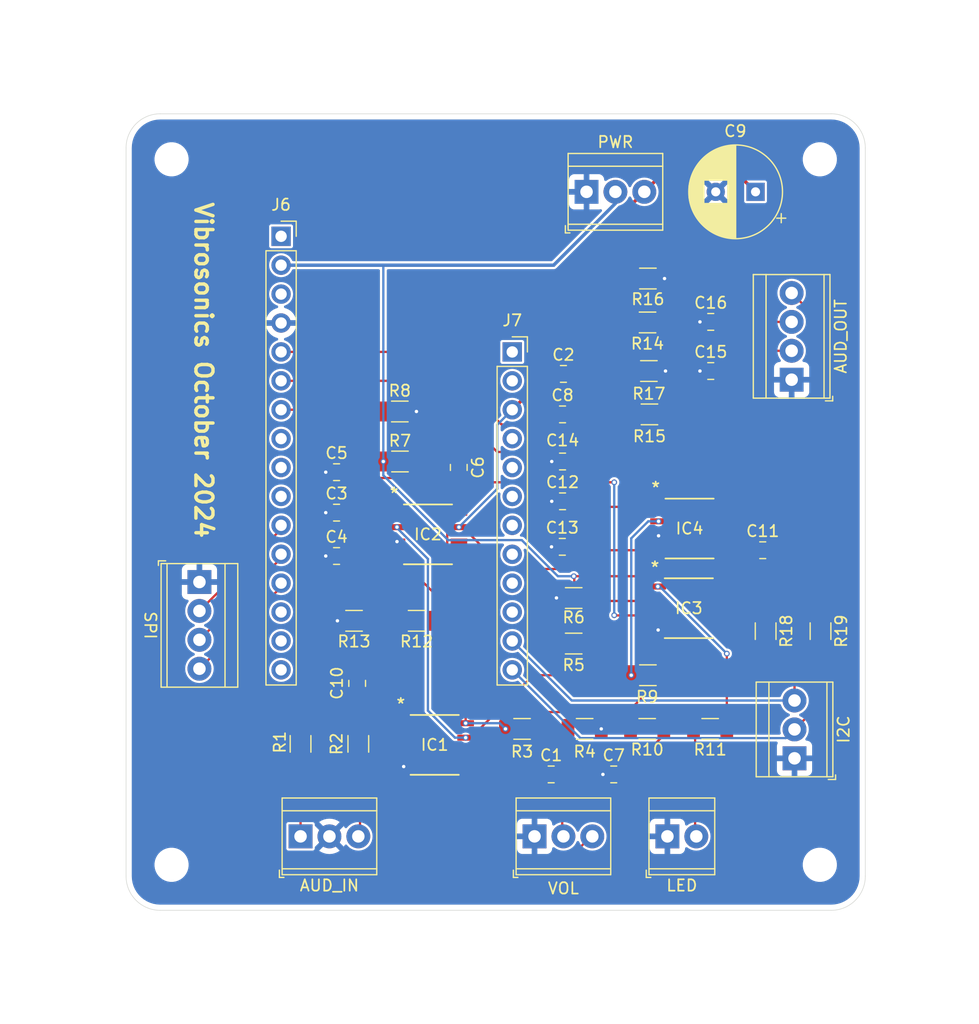
<source format=kicad_pcb>
(kicad_pcb (version 20240108) (generator "pcbnew") (generator_version "8.0")
  (layers (0 "F.Cu" signal) (31 "B.Cu" signal) (34 "B.Paste" user) (35 "F.Paste" user) (36 "B.SilkS" user "B.Silkscreen") (37 "F.SilkS" user "F.Silkscreen") (38 "B.Mask" user) (39 "F.Mask" user) (44 "Edge.Cuts" user))
  (net 0 "")
  (net 1 "GND")
  (net 2 "Net-(C2-Pad2)")
  (net 3 "Net-(C7-Pad2)")
  (net 4 "Net-(C8-Pad2)")
  (net 5 "A1")
  (net 6 "A0")
  (net 7 "3V3")
  (net 8 "A2")
  (net 9 "USB")
  (net 10 "Net-(C10-Pad2)")
  (net 11 "BASS_OUT")
  (net 12 "Net-(IC1-2IN+)")
  (net 13 "Net-(IC2-COM)")
  (net 14 "Net-(IC2-CLK)")
  (net 15 "Net-(IC2-OUT)")
  (net 16 "Net-(IC1-1IN+)")
  (net 17 "Net-(IC4-COM)")
  (net 18 "Net-(IC4-CLK)")
  (net 19 "Net-(IC1-1IN-)")
  (net 20 "Net-(IC1-2IN-)")
  (net 21 "Net-(IC1-2OUT)")
  (net 22 "Net-(IC3-1IN-)")
  (net 23 "Net-(IC3-1OUT)")
  (net 27 "Net-(J4-Pin_2)")
  (net 28 "Net-(J2-Pin_1)")
  (net 29 "Net-(J2-Pin_3)")
  (net 30 "Net-(J2-Pin_2)")
  (net 31 "Net-(J3-Pin_1)")
  (net 32 "Net-(J3-Pin_3)")
  (net 33 "Net-(J5-Pin_1)")
  (net 49 "MI")
  (net 50 "TX")
  (net 51 "RX")
  (net 52 "SCK")
  (net 53 "MO")
  (net 54 "SDA")
  (net 55 "SCL")
  (footprint "Capacitor_SMD:C_0805_2012Metric" (layer "F.Cu") (at 137.3786 108.056)
    (property "Reference" "C1" (at 0 -1.68 0) (layer "F.SilkS"))
    (property "Value" "10uF")
    (pad "1" smd roundrect (at -0.95 0) (size 1 1.45) (layers "F.Cu" "F.Paste" "F.Mask") (net 12 "Net-(IC1-2IN+)"))
    (pad "2" smd roundrect (at 0.95 0) (size 1 1.45) (layers "F.Cu" "F.Paste" "F.Mask") (net 27 "Net-(J4-Pin_2)"))
  )
  (footprint "TerminalBlock_TE-Connectivity:TerminalBlock_TE_282834-4_1x04_P2.54mm_Horizontal" (layer "F.Cu") (at 106.4516 91.148 -90)
    (property "Reference" "SPI" (at 3.81 4.318 270) (layer "F.SilkS"))
    (property "Value" "Screw_Terminal_01x04")
    (pad "1" thru_hole rect (at 0 0 270) (size 2.1 2.1) (drill 1.1) (layers "*.Cu" "*.Mask") (net 1 "GND"))
    (pad "2" thru_hole circle (at 2.54 0 270) (size 2.1 2.1) (drill 1.1) (layers "*.Cu" "*.Mask") (net 52 "SCK"))
    (pad "3" thru_hole circle (at 5.08 0 270) (size 2.1 2.1) (drill 1.1) (layers "*.Cu" "*.Mask") (net 53 "MO"))
    (pad "4" thru_hole circle (at 7.62 0 270) (size 2.1 2.1) (drill 1.1) (layers "*.Cu" "*.Mask") (net 49 "MI"))
  )
  (footprint "Resistor_SMD:R_1206_3216Metric" (layer "F.Cu") (at 145.9691 72.606)
    (property "Reference" "R17" (at 0 1.995 0) (layer "F.SilkS"))
    (property "Value" "1.5k")
    (pad "1" smd roundrect (at -1.4625 0) (size 1.125 1.75) (layers "F.Cu" "F.Paste" "F.Mask") (roundrect_rratio 0.222222) (net 4 "Net-(C8-Pad2)"))
    (pad "2" smd roundrect (at 1.4625 0) (size 1.125 1.75) (layers "F.Cu" "F.Paste" "F.Mask") (roundrect_rratio 0.222222) (net 1 "GND"))
  )
  (footprint "Resistor_SMD:R_1206_3216Metric" (layer "F.Cu") (at 146.0201 76.416)
    (property "Reference" "R15" (at 0 1.931 0) (layer "F.SilkS"))
    (property "Value" "3.3k")
    (pad "1" smd roundrect (at -1.4625 0) (size 1.125 1.75) (layers "F.Cu" "F.Paste" "F.Mask") (roundrect_rratio 0.222222) (net 4 "Net-(C8-Pad2)"))
    (pad "2" smd roundrect (at 1.4625 0) (size 1.125 1.75) (layers "F.Cu" "F.Paste" "F.Mask") (roundrect_rratio 0.222222) (net 29 "Net-(J2-Pin_3)"))
  )
  (footprint "TerminalBlock_TE-Connectivity:TerminalBlock_TE_282834-3_1x03_P2.54mm_Horizontal" (layer "F.Cu") (at 115.3416 113.5)
    (property "Reference" "AUD_IN" (at 2.54 4.318 0) (layer "F.SilkS"))
    (property "Value" "Screw_Terminal_01x03")
    (pad "1" thru_hole rect (at 0 0) (size 2.1 2.1) (drill 1.1) (layers "*.Cu" "*.Mask") (net 32 "Net-(J3-Pin_3)"))
    (pad "2" thru_hole circle (at 2.54 0) (size 2.1 2.1) (drill 1.1) (layers "*.Cu" "*.Mask") (net 1 "GND"))
    (pad "3" thru_hole circle (at 5.08 0) (size 2.1 2.1) (drill 1.1) (layers "*.Cu" "*.Mask") (net 31 "Net-(J3-Pin_1)"))
  )
  (footprint "MAX7403CSA:21-0041B_8_MXM" (layer "F.Cu") (at 149.54545 86.449)
    (property "Reference" "IC4" (at 0 0 0) (layer "F.SilkS"))
    (property "Value" "MAX7480ESA+")
    (pad "1" smd rect (at -2.72415 -1.905) (size 1.4605 0.5334) (layers "F.Cu" "F.Paste" "F.Mask") (net 17 "Net-(IC4-COM)"))
    (pad "2" smd rect (at -2.72415 -0.635) (size 1.4605 0.5334) (layers "F.Cu" "F.Paste" "F.Mask") (net 21 "Net-(IC1-2OUT)"))
    (pad "3" smd rect (at -2.72415 0.635) (size 1.4605 0.5334) (layers "F.Cu" "F.Paste" "F.Mask") (net 1 "GND"))
    (pad "4" smd rect (at -2.72415 1.905) (size 1.4605 0.5334) (layers "F.Cu" "F.Paste" "F.Mask") (net 9 "USB"))
    (pad "5" smd rect (at 2.72415 1.905) (size 1.4605 0.5334) (layers "F.Cu" "F.Paste" "F.Mask") (net 11 "BASS_OUT"))
    (pad "6" smd rect (at 2.72415 0.635) (size 1.4605 0.5334) (layers "F.Cu" "F.Paste" "F.Mask") (net 17 "Net-(IC4-COM)"))
    (pad "7" smd rect (at 2.72415 -0.635) (size 1.4605 0.5334) (layers "F.Cu" "F.Paste" "F.Mask") (net 9 "USB"))
    (pad "8" smd rect (at 2.72415 -1.905) (size 1.4605 0.5334) (layers "F.Cu" "F.Paste" "F.Mask") (net 18 "Net-(IC4-CLK)"))
  )
  (footprint "Resistor_SMD:R_1206_3216Metric" (layer "F.Cu") (at 125.5456 94.556 180)
    (property "Reference" "R12" (at 0 -1.82 0) (layer "F.SilkS"))
    (property "Value" "10k")
    (pad "1" smd roundrect (at -1.4625 0 180) (size 1.125 1.75) (layers "F.Cu" "F.Paste" "F.Mask") (roundrect_rratio 0.222222) (net 9 "USB"))
    (pad "2" smd roundrect (at 1.4625 0 180) (size 1.125 1.75) (layers "F.Cu" "F.Paste" "F.Mask") (roundrect_rratio 0.222222) (net 16 "Net-(IC1-1IN+)"))
  )
  (footprint "Resistor_SMD:R_1206_3216Metric" (layer "F.Cu") (at 161.0616 95.466 -90)
    (property "Reference" "R19" (at 0 -1.82 90) (layer "F.SilkS"))
    (property "Value" "10k")
    (pad "1" smd roundrect (at -1.4625 0 270) (size 1.125 1.75) (layers "F.Cu" "F.Paste" "F.Mask") (roundrect_rratio 0.222222) (net 7 "3V3"))
    (pad "2" smd roundrect (at 1.4625 0 270) (size 1.125 1.75) (layers "F.Cu" "F.Paste" "F.Mask") (roundrect_rratio 0.222222) (net 54 "SDA"))
  )
  (footprint "Resistor_SMD:R_1206_3216Metric" (layer "F.Cu") (at 120.0456 94.556 180)
    (property "Reference" "R13" (at 0 -1.82 0) (layer "F.SilkS"))
    (property "Value" "10k")
    (pad "1" smd roundrect (at -1.4625 0 180) (size 1.125 1.75) (layers "F.Cu" "F.Paste" "F.Mask") (roundrect_rratio 0.222222) (net 16 "Net-(IC1-1IN+)"))
    (pad "2" smd roundrect (at 1.4625 0 180) (size 1.125 1.75) (layers "F.Cu" "F.Paste" "F.Mask") (roundrect_rratio 0.222222) (net 1 "GND"))
  )
  (footprint "Resistor_SMD:R_1206_3216Metric" (layer "F.Cu") (at 120.4216 105.372 -90)
    (property "Reference" "R2" (at 0 1.908 90) (layer "F.SilkS"))
    (property "Value" "10k")
    (pad "1" smd roundrect (at -1.4625 0 270) (size 1.125 1.75) (layers "F.Cu" "F.Paste" "F.Mask") (roundrect_rratio 0.222222) (net 10 "Net-(C10-Pad2)"))
    (pad "2" smd roundrect (at 1.4625 0 270) (size 1.125 1.75) (layers "F.Cu" "F.Paste" "F.Mask") (roundrect_rratio 0.222222) (net 31 "Net-(J3-Pin_1)"))
  )
  (footprint "footprints:21-0041B_8_MXM" (layer "F.Cu") (at 126.5456 86.961)
    (property "Reference" "IC2" (at 0 0 0) (layer "F.SilkS"))
    (property "Value" "MAX7403CSA+")
    (pad "1" smd rect (at -2.72415 -1.905) (size 1.4605 0.5334) (layers "F.Cu" "F.Paste" "F.Mask") (net 13 "Net-(IC2-COM)"))
    (pad "2" smd rect (at -2.72415 -0.635) (size 1.4605 0.5334) (layers "F.Cu" "F.Paste" "F.Mask") (net 21 "Net-(IC1-2OUT)"))
    (pad "3" smd rect (at -2.72415 0.635) (size 1.4605 0.5334) (layers "F.Cu" "F.Paste" "F.Mask") (net 1 "GND"))
    (pad "4" smd rect (at -2.72415 1.905) (size 1.4605 0.5334) (layers "F.Cu" "F.Paste" "F.Mask") (net 9 "USB"))
    (pad "5" smd rect (at 2.72415 1.905) (size 1.4605 0.5334) (layers "F.Cu" "F.Paste" "F.Mask") (net 15 "Net-(IC2-OUT)"))
    (pad "6" smd rect (at 2.72415 0.635) (size 1.4605 0.5334) (layers "F.Cu" "F.Paste" "F.Mask") (net 13 "Net-(IC2-COM)"))
    (pad "7" smd rect (at 2.72415 -0.635) (size 1.4605 0.5334) (layers "F.Cu" "F.Paste" "F.Mask") (net 9 "USB"))
    (pad "8" smd rect (at 2.72415 -1.905) (size 1.4605 0.5334) (layers "F.Cu" "F.Paste" "F.Mask") (net 14 "Net-(IC2-CLK)"))
  )
  (footprint "Resistor_SMD:R_1206_3216Metric" (layer "F.Cu") (at 151.3586 104.056 180)
    (property "Reference" "R11" (at 0 -1.82 0) (layer "F.SilkS"))
    (property "Value" "75")
    (pad "1" smd roundrect (at -1.4625 0 180) (size 1.125 1.75) (layers "F.Cu" "F.Paste" "F.Mask") (roundrect_rratio 0.222222) (net 23 "Net-(IC3-1OUT)"))
    (pad "2" smd roundrect (at 1.4625 0 180) (size 1.125 1.75) (layers "F.Cu" "F.Paste" "F.Mask") (roundrect_rratio 0.222222) (net 33 "Net-(J5-Pin_1)"))
  )
  (footprint "TerminalBlock_TE-Connectivity:TerminalBlock_TE_282834-4_1x04_P2.54mm_Horizontal" (layer "F.Cu") (at 158.5216 73.368 90)
    (property "Reference" "AUD_OUT" (at 3.81 4.318 90) (layer "F.SilkS"))
    (property "Value" "Screw_Terminal_01x04")
    (pad "1" thru_hole rect (at 0 0 90) (size 2.1 2.1) (drill 1.1) (layers "*.Cu" "*.Mask") (net 1 "GND"))
    (pad "2" thru_hole circle (at 2.54 0 90) (size 2.1 2.1) (drill 1.1) (layers "*.Cu" "*.Mask") (net 29 "Net-(J2-Pin_3)"))
    (pad "3" thru_hole circle (at 5.08 0 90) (size 2.1 2.1) (drill 1.1) (layers "*.Cu" "*.Mask") (net 30 "Net-(J2-Pin_2)"))
    (pad "4" thru_hole circle (at 7.62 0 90) (size 2.1 2.1) (drill 1.1) (layers "*.Cu" "*.Mask") (net 28 "Net-(J2-Pin_1)"))
  )
  (footprint "Capacitor_SMD:C_0805_2012Metric" (layer "F.Cu") (at 129.2526 81.079 -90)
    (property "Reference" "C6" (at 0 -1.68 -90) (layer "F.SilkS"))
    (property "Value" "10uF")
    (pad "1" smd roundrect (at -0.95 0 270) (size 1 1.45) (layers "F.Cu" "F.Paste" "F.Mask") (net 8 "A2"))
    (pad "2" smd roundrect (at 0.95 0 270) (size 1 1.45) (layers "F.Cu" "F.Paste" "F.Mask") (net 15 "Net-(IC2-OUT)"))
  )
  (footprint "Resistor_SMD:R_1206_3216Metric" (layer "F.Cu") (at 156.2356 95.466 -90)
    (property "Reference" "R18" (at 0 -1.82 90) (layer "F.SilkS"))
    (property "Value" "10k")
    (pad "1" smd roundrect (at -1.4625 0 270) (size 1.125 1.75) (layers "F.Cu" "F.Paste" "F.Mask") (roundrect_rratio 0.222222) (net 7 "3V3"))
    (pad "2" smd roundrect (at 1.4625 0 270) (size 1.125 1.75) (layers "F.Cu" "F.Paste" "F.Mask") (roundrect_rratio 0.222222) (net 55 "SCL"))
  )
  (footprint "Resistor_SMD:R_1206_3216Metric" (layer "F.Cu") (at 145.8521 68.336)
    (property "Reference" "R14" (at -0.0075 1.867 0) (layer "F.SilkS"))
    (property "Value" "3.3k")
    (pad "1" smd roundrect (at -1.4625 0) (size 1.125 1.75) (layers "F.Cu" "F.Paste" "F.Mask") (roundrect_rratio 0.222222) (net 2 "Net-(C2-Pad2)"))
    (pad "2" smd roundrect (at 1.4625 0) (size 1.125 1.75) (layers "F.Cu" "F.Paste" "F.Mask") (roundrect_rratio 0.222222) (net 30 "Net-(J2-Pin_2)"))
  )
  (footprint "Resistor_SMD:R_1206_3216Metric" (layer "F.Cu") (at 145.8831 99.339 180)
    (property "Reference" "R9" (at 0.0615 -1.905 0) (layer "F.SilkS"))
    (property "Value" "22k")
    (pad "1" smd roundrect (at -1.4625 0 180) (size 1.125 1.75) (layers "F.Cu" "F.Paste" "F.Mask") (roundrect_rratio 0.222222) (net 20 "Net-(IC1-2IN-)"))
    (pad "2" smd roundrect (at 1.4625 0 180) (size 1.125 1.75) (layers "F.Cu" "F.Paste" "F.Mask") (roundrect_rratio 0.222222) (net 21 "Net-(IC1-2OUT)"))
  )
  (footprint "Connector_PinSocket_2.54mm:PinSocket_1x12_P2.54mm_Vertical" (layer "F.Cu") (at 133.9564 70.9296)
    (property "Reference" "J7" (at 0 -2.77 0) (layer "F.SilkS"))
    (property "Value" "Conn_01x12_Socket")
    (pad "1" thru_hole rect (at 0 0) (size 1.7 1.7) (drill 1) (layers "*.Cu" "*.Mask"))
    (pad "2" thru_hole oval (at 0 2.54) (size 1.7 1.7) (drill 1) (layers "*.Cu" "*.Mask"))
    (pad "3" thru_hole oval (at 0 5.08) (size 1.7 1.7) (drill 1) (layers "*.Cu" "*.Mask") (net 9 "USB"))
    (pad "4" thru_hole oval (at 0 7.62) (size 1.7 1.7) (drill 1) (layers "*.Cu" "*.Mask"))
    (pad "5" thru_hole oval (at 0 10.16) (size 1.7 1.7) (drill 1) (layers "*.Cu" "*.Mask"))
    (pad "6" thru_hole oval (at 0 12.7) (size 1.7 1.7) (drill 1) (layers "*.Cu" "*.Mask"))
    (pad "7" thru_hole oval (at 0 15.24) (size 1.7 1.7) (drill 1) (layers "*.Cu" "*.Mask"))
    (pad "8" thru_hole oval (at 0 17.78) (size 1.7 1.7) (drill 1) (layers "*.Cu" "*.Mask"))
    (pad "9" thru_hole oval (at 0 20.32) (size 1.7 1.7) (drill 1) (layers "*.Cu" "*.Mask"))
    (pad "10" thru_hole oval (at 0 22.86) (size 1.7 1.7) (drill 1) (layers "*.Cu" "*.Mask"))
    (pad "11" thru_hole oval (at 0 25.4) (size 1.7 1.7) (drill 1) (layers "*.Cu" "*.Mask") (net 55 "SCL"))
    (pad "12" thru_hole oval (at 0 27.94) (size 1.7 1.7) (drill 1) (layers "*.Cu" "*.Mask") (net 54 "SDA"))
  )
  (footprint "Resistor_SMD:R_1206_3216Metric" (layer "F.Cu") (at 145.8211 104.056 180)
    (property "Reference" "R10" (at 0 -1.82 0) (layer "F.SilkS"))
    (property "Value" "6.2k")
    (pad "1" smd roundrect (at -1.4625 0 180) (size 1.125 1.75) (layers "F.Cu" "F.Paste" "F.Mask") (roundrect_rratio 0.222222) (net 3 "Net-(C7-Pad2)"))
    (pad "2" smd roundrect (at 1.4625 0 180) (size 1.125 1.75) (layers "F.Cu" "F.Paste" "F.Mask") (roundrect_rratio 0.222222) (net 20 "Net-(IC1-2IN-)"))
  )
  (footprint "MountingHole:MountingHole_2.5mm" (layer "F.Cu") (at 161 54)
    (property "Reference" "REF**" (hide yes))
    (property "Value" "MountingHole_2.5mm")
    (pad "" np_thru_hole circle (at 0 0) (size 2.5 2.5) (drill 2.5) (layers "F&B.Cu" "*.Mask"))
  )
  (footprint "Capacitor_SMD:C_0805_2012Metric" (layer "F.Cu") (at 138.3786 76.416)
    (property "Reference" "C8" (at 0 -1.68 0) (layer "F.SilkS"))
    (property "Value" "10uF")
    (pad "1" smd roundrect (at -0.95 0) (size 1 1.45) (layers "F.Cu" "F.Paste" "F.Mask") (net 5 "A1"))
    (pad "2" smd roundrect (at 0.95 0) (size 1 1.45) (layers "F.Cu" "F.Paste" "F.Mask") (net 4 "Net-(C8-Pad2)"))
  )
  (footprint "TerminalBlock_TE-Connectivity:TerminalBlock_TE_282834-2_1x02_P2.54mm_Horizontal" (layer "F.Cu") (at 147.5996 113.5)
    (property "Reference" "LED" (at 1.27 4.318 0) (layer "F.SilkS"))
    (property "Value" "Screw_Terminal_01x02")
    (pad "1" thru_hole rect (at 0 0) (size 2.1 2.1) (drill 1.1) (layers "*.Cu" "*.Mask") (net 1 "GND"))
    (pad "2" thru_hole circle (at 2.54 0) (size 2.1 2.1) (drill 1.1) (layers "*.Cu" "*.Mask") (net 33 "Net-(J5-Pin_1)"))
  )
  (footprint "Resistor_SMD:R_1206_3216Metric" (layer "F.Cu") (at 134.8211 104.056)
    (property "Reference" "R3" (at 0 2 0) (layer "F.SilkS"))
    (property "Value" "10k")
    (pad "1" smd roundrect (at -1.4625 0) (size 1.125 1.75) (layers "F.Cu" "F.Paste" "F.Mask") (roundrect_rratio 0.222222) (net 9 "USB"))
    (pad "2" smd roundrect (at 1.4625 0) (size 1.125 1.75) (layers "F.Cu" "F.Paste" "F.Mask") (roundrect_rratio 0.222222) (net 12 "Net-(IC1-2IN+)"))
  )
  (footprint "Capacitor_SMD:C_0805_2012Metric" (layer "F.Cu") (at 138.3786 84.056)
    (property "Reference" "C12" (at 0 -1.68 0) (layer "F.SilkS"))
    (property "Value" "0.1uF")
    (pad "1" smd roundrect (at -0.95 0) (size 1 1.45) (layers "F.Cu" "F.Paste" "F.Mask") (net 1 "GND"))
    (pad "2" smd roundrect (at 0.95 0) (size 1 1.45) (layers "F.Cu" "F.Paste" "F.Mask") (net 17 "Net-(IC4-COM)"))
  )
  (footprint "Capacitor_SMD:C_0805_2012Metric" (layer "F.Cu") (at 155.9816 88.354)
    (property "Reference" "C11" (at 0 -1.68 0) (layer "F.SilkS"))
    (property "Value" "10uF")
    (pad "1" smd roundrect (at -0.95 0) (size 1 1.45) (layers "F.Cu" "F.Paste" "F.Mask") (net 11 "BASS_OUT"))
    (pad "2" smd roundrect (at 0.95 0) (size 1 1.45) (layers "F.Cu" "F.Paste" "F.Mask") (net 28 "Net-(J2-Pin_1)"))
  )
  (footprint "Capacitor_THT:CP_Radial_D8.0mm_P3.50mm" (layer "F.Cu") (at 155.348251 56.858 180)
    (property "Reference" "C9" (at 1.778 5.334 0) (layer "F.SilkS"))
    (property "Value" "1000uF")
    (pad "1" thru_hole rect (at 0 0 180) (size 1.6 1.6) (drill 0.8) (layers "*.Cu" "*.Mask") (net 9 "USB"))
    (pad "2" thru_hole circle (at 3.5 0 180) (size 1.6 1.6) (drill 0.8) (layers "*.Cu" "*.Mask") (net 1 "GND"))
  )
  (footprint "TerminalBlock_TE-Connectivity:TerminalBlock_TE_282834-3_1x03_P2.54mm_Horizontal" (layer "F.Cu") (at 135.9156 113.5)
    (property "Reference" "VOL" (at 2.54 4.572 0) (layer "F.SilkS"))
    (property "Value" "Screw_Terminal_01x03")
    (pad "1" thru_hole rect (at 0 0) (size 2.1 2.1) (drill 1.1) (layers "*.Cu" "*.Mask") (net 1 "GND"))
    (pad "2" thru_hole circle (at 2.54 0) (size 2.1 2.1) (drill 1.1) (layers "*.Cu" "*.Mask") (net 27 "Net-(J4-Pin_2)"))
    (pad "3" thru_hole circle (at 5.08 0) (size 2.1 2.1) (drill 1.1) (layers "*.Cu" "*.Mask") (net 19 "Net-(IC1-1IN-)"))
  )
  (footprint "Capacitor_SMD:C_0805_2012Metric" (layer "F.Cu") (at 118.5081 88.862)
    (property "Reference" "C4" (at 0 -1.68 0) (layer "F.SilkS"))
    (property "Value" "0.1uF")
    (pad "1" smd roundrect (at -0.95 0) (size 1 1.45) (layers "F.Cu" "F.Paste" "F.Mask") (net 1 "GND"))
    (pad "2" smd roundrect (at 0.95 0) (size 1 1.45) (layers "F.Cu" "F.Paste" "F.Mask") (net 9 "USB"))
  )
  (footprint "MountingHole:MountingHole_2.5mm" (layer "F.Cu") (at 161 116)
    (property "Reference" "REF**" (hide yes))
    (property "Value" "MountingHole_2.5mm")
    (pad "" np_thru_hole circle (at 0 0) (size 2.5 2.5) (drill 2.5) (layers "F&B.Cu" "*.Mask"))
  )
  (footprint "Connector_PinSocket_2.54mm:PinSocket_1x16_P2.54mm_Vertical" (layer "F.Cu") (at 113.6306 60.766)
    (property "Reference" "J6" (at 0 -2.77 0) (layer "F.SilkS"))
    (property "Value" "Conn_01x16_Socket")
    (pad "1" thru_hole rect (at 0 0) (size 1.7 1.7) (drill 1) (layers "*.Cu" "*.Mask"))
    (pad "2" thru_hole oval (at 0 2.54) (size 1.7 1.7) (drill 1) (layers "*.Cu" "*.Mask") (net 7 "3V3"))
    (pad "3" thru_hole oval (at 0 5.08) (size 1.7 1.7) (drill 1) (layers "*.Cu" "*.Mask"))
    (pad "4" thru_hole oval (at 0 7.62) (size 1.7 1.7) (drill 1) (layers "*.Cu" "*.Mask") (net 1 "GND"))
    (pad "5" thru_hole oval (at 0 10.16) (size 1.7 1.7) (drill 1) (layers "*.Cu" "*.Mask") (net 6 "A0"))
    (pad "6" thru_hole oval (at 0 12.7) (size 1.7 1.7) (drill 1) (layers "*.Cu" "*.Mask") (net 5 "A1"))
    (pad "7" thru_hole oval (at 0 15.24) (size 1.7 1.7) (drill 1) (layers "*.Cu" "*.Mask") (net 8 "A2"))
    (pad "8" thru_hole oval (at 0 17.78) (size 1.7 1.7) (drill 1) (layers "*.Cu" "*.Mask"))
    (pad "9" thru_hole oval (at 0 20.32) (size 1.7 1.7) (drill 1) (layers "*.Cu" "*.Mask"))
    (pad "10" thru_hole oval (at 0 22.86) (size 1.7 1.7) (drill 1) (layers "*.Cu" "*.Mask"))
    (pad "11" thru_hole oval (at 0 25.4) (size 1.7 1.7) (drill 1) (layers "*.Cu" "*.Mask") (net 52 "SCK"))
    (pad "12" thru_hole oval (at 0 27.94) (size 1.7 1.7) (drill 1) (layers "*.Cu" "*.Mask") (net 53 "MO"))
    (pad "13" thru_hole oval (at 0 30.48) (size 1.7 1.7) (drill 1) (layers "*.Cu" "*.Mask") (net 49 "MI"))
    (pad "14" thru_hole oval (at 0 33.02) (size 1.7 1.7) (drill 1) (layers "*.Cu" "*.Mask") (net 51 "RX"))
    (pad "15" thru_hole oval (at 0 35.56) (size 1.7 1.7) (drill 1) (layers "*.Cu" "*.Mask") (net 50 "TX"))
    (pad "16" thru_hole oval (at 0 38.1) (size 1.7 1.7) (drill 1) (layers "*.Cu" "*.Mask"))
  )
  (footprint "Resistor_SMD:R_1206_3216Metric" (layer "F.Cu") (at 139.3586 96.556)
    (property "Reference" "R5" (at 0 1.894 0) (layer "F.SilkS"))
    (property "Value" "47k")
    (pad "1" smd roundrect (at -1.4625 0) (size 1.125 1.75) (layers "F.Cu" "F.Paste" "F.Mask") (roundrect_rratio 0.222222) (net 7 "3V3"))
    (pad "2" smd roundrect (at 1.4625 0) (size 1.125 1.75) (layers "F.Cu" "F.Paste" "F.Mask") (roundrect_rratio 0.222222) (net 22 "Net-(IC3-1IN-)"))
  )
  (footprint "TerminalBlock_TE-Connectivity:TerminalBlock_TE_282834-3_1x03_P2.54mm_Horizontal" (layer "F.Cu") (at 158.7756 106.642 90)
    (property "Reference" "I2C" (at 2.54 4.318 90) (layer "F.SilkS"))
    (property "Value" "Screw_Terminal_01x03")
    (pad "1" thru_hole rect (at 0 0 90) (size 2.1 2.1) (drill 1.1) (layers "*.Cu" "*.Mask") (net 1 "GND"))
    (pad "2" thru_hole circle (at 2.54 0 90) (size 2.1 2.1) (drill 1.1) (layers "*.Cu" "*.Mask") (net 54 "SDA"))
    (pad "3" thru_hole circle (at 5.08 0 90) (size 2.1 2.1) (drill 1.1) (layers "*.Cu" "*.Mask") (net 55 "SCL"))
  )
  (footprint "Capacitor_SMD:C_0805_2012Metric" (layer "F.Cu") (at 120.3211 100.056 -90)
    (property "Reference" "C10" (at -0.018 1.7825 -90) (layer "F.SilkS"))
    (property "Value" "10uF")
    (pad "1" smd roundrect (at -0.95 0 270) (size 1 1.45) (layers "F.Cu" "F.Paste" "F.Mask") (net 16 "Net-(IC1-1IN+)"))
    (pad "2" smd roundrect (at 0.95 0 270) (size 1 1.45) (layers "F.Cu" "F.Paste" "F.Mask") (net 10 "Net-(C10-Pad2)"))
  )
  (footprint "Capacitor_SMD:C_0805_2012Metric" (layer "F.Cu") (at 138.4556 72.86)
    (property "Reference" "C2" (at 0 -1.68 0) (layer "F.SilkS"))
    (property "Value" "10uF")
    (pad "1" smd roundrect (at -0.95 0) (size 1 1.45) (layers "F.Cu" "F.Paste" "F.Mask") (net 6 "A0"))
    (pad "2" smd roundrect (at 0.95 0) (size 1 1.45) (layers "F.Cu" "F.Paste" "F.Mask") (net 2 "Net-(C2-Pad2)"))
  )
  (footprint "Capacitor_SMD:C_0805_2012Metric" (layer "F.Cu") (at 118.5081 81.496)
    (property "Reference" "C5" (at 0 -1.68 0) (layer "F.SilkS"))
    (property "Value" "100pF")
    (pad "1" smd roundrect (at -0.95 0) (size 1 1.45) (layers "F.Cu" "F.Paste" "F.Mask") (net 1 "GND"))
    (pad "2" smd roundrect (at 0.95 0) (size 1 1.45) (layers "F.Cu" "F.Paste" "F.Mask") (net 14 "Net-(IC2-CLK)"))
  )
  (footprint "MountingHole:MountingHole_2.5mm" (layer "F.Cu") (at 104 54)
    (property "Reference" "REF**" (hide yes))
    (property "Value" "MountingHole_2.5mm")
    (pad "" np_thru_hole circle (at 0 0) (size 2.5 2.5) (drill 2.5) (layers "F&B.Cu" "*.Mask"))
  )
  (footprint "Resistor_SMD:R_1206_3216Metric" (layer "F.Cu") (at 124.0831 80.556)
    (property "Reference" "R7" (at 0 -1.82 0) (layer "F.SilkS"))
    (property "Value" "10k")
    (pad "1" smd roundrect (at -1.4625 0) (size 1.125 1.75) (layers "F.Cu" "F.Paste" "F.Mask") (roundrect_rratio 0.222222) (net 7 "3V3"))
    (pad "2" smd roundrect (at 1.4625 0) (size 1.125 1.75) (layers "F.Cu" "F.Paste" "F.Mask") (roundrect_rratio 0.222222) (net 8 "A2"))
  )
  (footprint "MountingHole:MountingHole_2.5mm" (layer "F.Cu") (at 104 116)
    (property "Reference" "REF**" (hide yes))
    (property "Value" "MountingHole_2.5mm")
    (pad "" np_thru_hole circle (at 0 0) (size 2.5 2.5) (drill 2.5) (layers "*.Cu" "*.Mask"))
  )
  (footprint "Capacitor_SMD:C_0805_2012Metric" (layer "F.Cu") (at 118.5081 85.052)
    (property "Reference" "C3" (at 0 -1.68 0) (layer "F.SilkS"))
    (property "Value" "0.1uF")
    (pad "1" smd roundrect (at -0.95 0) (size 1 1.45) (layers "F.Cu" "F.Paste" "F.Mask") (net 1 "GND"))
    (pad "2" smd roundrect (at 0.95 0) (size 1 1.45) (layers "F.Cu" "F.Paste" "F.Mask") (net 13 "Net-(IC2-COM)"))
  )
  (footprint "footprints:21-0041B_8_MXM" (layer "F.Cu") (at 127.13445 105.461)
    (property "Reference" "IC1" (at 0 0 0) (layer "F.SilkS"))
    (property "Value" "LMV358IDR")
    (fp_text user "*" (at -2.97815 -3.5814 0) (layer "F.SilkS"))
    (pad "1" smd rect (at -2.72415 -1.905) (size 1.4605 0.5334) (layers "F.Cu" "F.Paste" "F.Mask") (net 19 "Net-(IC1-1IN-)"))
    (pad "2" smd rect (at -2.72415 -0.635) (size 1.4605 0.5334) (layers "F.Cu" "F.Paste" "F.Mask") (net 19 "Net-(IC1-1IN-)"))
    (pad "3" smd rect (at -2.72415 0.635) (size 1.4605 0.5334) (layers "F.Cu" "F.Paste" "F.Mask") (net 16 "Net-(IC1-1IN+)"))
    (pad "4" smd rect (at -2.72415 1.905) (size 1.4605 0.5334) (layers "F.Cu" "F.Paste" "F.Mask") (net 1 "GND"))
    (pad "5" smd rect (at 2.72415 1.905) (size 1.4605 0.5334) (layers "F.Cu" "F.Paste" "F.Mask") (net 12 "Net-(IC1-2IN+)"))
    (pad "6" smd rect (at 2.72415 0.635) (size 1.4605 0.5334) (layers "F.Cu" "F.Paste" "F.Mask") (net 20 "Net-(IC1-2IN-)"))
    (pad "7" smd rect (at 2.72415 -0.635) (size 1.4605 0.5334) (layers "F.Cu" "F.Paste" "F.Mask") (net 21 "Net-(IC1-2OUT)"))
    (pad "8" smd rect (at 2.72415 -1.905) (size 1.4605 0.5334) (layers "F.Cu" "F.Paste" "F.Mask") (net 9 "USB"))
  )
  (footprint "Resistor_SMD:R_1206_3216Metric" (layer "F.Cu") (at 139.3586 92.556 180)
    (property "Reference" "R6" (at 0 -1.703 0) (layer "F.SilkS"))
    (property "Value" "5k")
    (pad "1" smd roundrect (at -1.4625 0 180) (size 1.125 1.75) (layers "F.Cu" "F.Paste" "F.Mask") (roundrect_rratio 0.222222) (net 22 "Net-(IC3-1IN-)"))
    (pad "2" smd roundrect (at 1.4625 0 180) (size 1.125 1.75) (layers "F.Cu" "F.Paste" "F.Mask") (roundrect_rratio 0.222222) (net 1 "GND"))
  )
  (footprint "Resistor_SMD:R_1206_3216Metric" (layer "F.Cu") (at 124.0685 76.162)
    (property "Reference" "R8" (at 0 -1.82 0) (layer "F.SilkS"))
    (property "Value" "10k")
    (pad "1" smd roundrect (at -1.4625 0) (size 1.125 1.75) (layers "F.Cu" "F.Paste" "F.Mask") (roundrect_rratio 0.222222) (net 8 "A2"))
    (pad "2" smd roundrect (at 1.4625 0) (size 1.125 1.75) (layers "F.Cu" "F.Paste" "F.Mask") (roundrect_rratio 0.222222) (net 1 "GND"))
  )
  (footprint "Capacitor_SMD:C_0805_2012Metric" (layer "F.Cu") (at 151.4096 68.288)
    (property "Reference" "C16" (at 0 -1.68 0) (layer "F.SilkS"))
    (property "Value" "0.1uF")
    (pad "1" smd roundrect (at -0.95 0) (size 1 1.45) (layers "F.Cu" "F.Paste" "F.Mask") (net 1 "GND"))
    (pad "2" smd roundrect (at 0.95 0) (size 1 1.45) (layers "F.Cu" "F.Paste" "F.Mask") (net 30 "Net-(J2-Pin_2)"))
  )
  (footprint "Capacitor_SMD:C_0805_2012Metric" (layer "F.Cu") (at 142.8786 108.056)
    (property "Reference" "C7" (at 0 -1.68 0) (layer "F.SilkS"))
    (property "Value" "10uF")
    (pad "1" smd roundrect (at -0.95 0) (size 1 1.45) (layers "F.Cu" "F.Paste" "F.Mask") (net 1 "GND"))
    (pad "2" smd roundrect (at 0.95 0) (size 1 1.45) (layers "F.Cu" "F.Paste" "F.Mask") (net 3 "Net-(C7-Pad2)"))
  )
  (footprint "TerminalBlock_TE-Connectivity:TerminalBlock_TE_282834-3_1x03_P2.54mm_Horizontal" (layer "F.Cu") (at 140.4876 56.858)
    (property "Reference" "PWR" (at 2.54 -4.37 0) (layer "F.SilkS"))
    (property "Value" "Screw_Terminal_01x03")
    (pad "1" thru_hole rect (at 0 0) (size 2.1 2.1) (drill 1.1) (layers "*.Cu" "*.Mask") (net 1 "GND"))
    (pad "2" thru_hole circle (at 2.54 0) (size 2.1 2.1) (drill 1.1) (layers "*.Cu" "*.Mask") (net 7 "3V3"))
    (pad "3" thru_hole circle (at 5.08 0) (size 2.1 2.1) (drill 1.1) (layers "*.Cu" "*.Mask") (net 9 "USB"))
  )
  (footprint "Resistor_SMD:R_1206_3216Metric" (layer "F.Cu") (at 140.3211 104.056)
    (property "Reference" "R4" (at 0 2 0) (layer "F.SilkS"))
    (property "Value" "10k")
    (pad "1" smd roundrect (at -1.4625 0) (size 1.125 1.75) (layers "F.Cu" "F.Paste" "F.Mask") (roundrect_rratio 0.222222) (net 12 "Net-(IC1-2IN+)"))
    (pad "2" smd roundrect (at 1.4625 0) (size 1.125 1.75) (layers "F.Cu" "F.Paste" "F.Mask") (roundrect_rratio 0.222222) (net 1 "GND"))
  )
  (footprint "Capacitor_SMD:C_0805_2012Metric" (layer "F.Cu") (at 138.3586 88.056)
    (property "Reference" "C13" (at 0 -1.68 0) (layer "F.SilkS"))
    (property "Value" "0.1uF")
    (pad "1" smd roundrect (at -0.95 0) (size 1 1.45) (layers "F.Cu" "F.Paste" "F.Mask") (net 1 "GND"))
    (pad "2" smd roundrect (at 0.95 0) (size 1 1.45) (layers "F.Cu" "F.Paste" "F.Mask") (net 9 "USB"))
  )
  (footprint "Resistor_SMD:R_1206_3216Metric" (layer "F.Cu") (at 145.8831 64.478 180)
    (property "Reference" "R16" (at 0 -1.82 0) (layer "F.SilkS"))
    (property "Value" "1.5k")
    (pad "1" smd roundrect (at -1.4625 0 180) (size 1.125 1.75) (layers "F.Cu" "F.Paste" "F.Mask") (roundrect_rratio 0.222222) (net 1 "GND"))
    (pad "2" smd roundrect (at 1.4625 0 180) (size 1.125 1.75) (layers "F.Cu" "F.Paste" "F.Mask") (roundrect_rratio 0.222222) (net 2 "Net-(C2-Pad2)"))
  )
  (footprint "Resistor_SMD:R_1206_3216Metric" (layer "F.Cu") (at 115.3416 105.372 -90)
    (property "Reference" "R1" (at -0.1465 1.82 90) (layer "F.SilkS"))
    (property "Value" "10k")
    (pad "1" smd roundrect (at -1.4625 0 270) (size 1.125 1.75) (layers "F.Cu" "F.Paste" "F.Mask") (roundrect_rratio 0.222222) (net 10 "Net-(C10-Pad2)"))
    (pad "2" smd roundrect (at 1.4625 0 270) (size 1.125 1.75) (layers "F.Cu" "F.Paste" "F.Mask") (roundrect_rratio 0.222222) (net 32 "Net-(J3-Pin_3)"))
  )
  (footprint "Capacitor_SMD:C_0805_2012Metric" (layer "F.Cu") (at 138.3786 80.556)
    (property "Reference" "C14" (at 0 -1.854 0) (layer "F.SilkS"))
    (property "Value" "6.8nF")
    (pad "1" smd roundrect (at -0.95 0) (size 1 1.45) (layers "F.Cu" "F.Paste" "F.Mask") (net 1 "GND"))
    (pad "2" smd roundrect (at 0.95 0) (size 1 1.45) (layers "F.Cu" "F.Paste" "F.Mask") (net 18 "Net-(IC4-CLK)"))
  )
  (footprint "Capacitor_SMD:C_0805_2012Metric" (layer "F.Cu") (at 151.4096 72.606)
    (property "Reference" "C15" (at 0 -1.68 0) (layer "F.SilkS"))
    (property "Value" "0.1uF")
    (pad "1" smd roundrect (at -0.95 0) (size 1 1.45) (layers "F.Cu" "F.Paste" "F.Mask") (net 1 "GND"))
    (pad "2" smd roundrect (at 0.95 0) (size 1 1.45) (layers "F.Cu" "F.Paste" "F.Mask") (net 29 "Net-(J2-Pin_3)"))
  )
  (footprint "footprints:21-0041B_8_MXM" (layer "F.Cu") (at 149.4806 93.449)
    (property "Reference" "IC3" (at 0 0 0) (layer "F.SilkS"))
    (property "Value" "LMV358IDR")
    (fp_text user "*" (at -2.97815 -3.5814 0) (layer "F.SilkS"))
    (pad "1" smd rect (at -2.72415 -1.905) (size 1.4605 0.5334) (layers "F.Cu" "F.Paste" "F.Mask") (net 23 "Net-(IC3-1OUT)"))
    (pad "2" smd rect (at -2.72415 -0.635) (size 1.4605 0.5334) (layers "F.Cu" "F.Paste" "F.Mask") (net 22 "Net-(IC3-1IN-)"))
    (pad "3" smd rect (at -2.72415 0.635) (size 1.4605 0.5334) (layers "F.Cu" "F.Paste" "F.Mask") (net 8 "A2"))
    (pad "4" smd rect (at -2.72415 1.905) (size 1.4605 0.5334) (layers "F.Cu" "F.Paste" "F.Mask") (net 1 "GND"))
    (pad "5" smd rect (at 2.72415 1.905) (size 1.4605 0.5334) (layers "F.Cu" "F.Paste" "F.Mask"))
    (pad "6" smd rect (at 2.72415 0.635) (size 1.4605 0.5334) (layers "F.Cu" "F.Paste" "F.Mask"))
    (pad "7" smd rect (at 2.72415 -0.635) (size 1.4605 0.5334) (layers "F.Cu" "F.Paste" "F.Mask"))
    (pad "8" smd rect (at 2.72415 -1.905) (size 1.4605 0.5334) (layers "F.Cu" "F.Paste" "F.Mask") (net 7 "3V3"))
  )
  (gr_arc (start 165 117) (mid 164.12132 119.12132) (end 162 120) (stroke (width 0.05)) (layer "Edge.Cuts"))
  (gr_line (start 165 53) (end 165 117) (stroke (width 0.05)) (layer "Edge.Cuts"))
  (gr_arc (start 103 120) (mid 100.87868 119.12132) (end 100 117) (stroke (width 0.05)) (layer "Edge.Cuts"))
  (gr_arc (start 100 53) (mid 100.87868 50.87868) (end 103 50) (stroke (width 0.05)) (layer "Edge.Cuts"))
  (gr_arc (start 162 50) (mid 164.12132 50.87868) (end 165 53) (stroke (width 0.05)) (layer "Edge.Cuts"))
  (gr_line (start 103 50) (end 162 50) (stroke (width 0.05)) (layer "Edge.Cuts"))
  (gr_line (start 100 117) (end 100 53) (stroke (width 0.05)) (layer "Edge.Cuts"))
  (gr_line (start 162 120) (end 103 120) (stroke (width 0.05)) (layer "Edge.Cuts"))
  (gr_text "Vibrosonics October 2024" (at 105.9436 57.62 -90) (layer "F.SilkS") (effects (font (size 1.5 1.5) (thickness 0.3) (bold yes)) (justify left bottom)))
  (gr_text "*" (at 146.5673 82.8676 0) (layer "F.SilkS") (effects (font (size 1 1))))
  (gr_text "*" (at 123.56745 83.3796 0) (layer "F.SilkS") (effects (font (size 1 1))))
  (via (at 137.4286 80.556) (size 0.5) (drill 0.3) (layers "F.Cu" "B.Cu") (net 1))
  (via (at 117.5581 81.496) (size 0.5) (drill 0.3) (layers "F.Cu" "B.Cu") (net 1))
  (via (at 150.4596 68.288) (size 0.5) (drill 0.3) (layers "F.Cu" "B.Cu") (net 1))
  (via (at 146.7834 95.3644) (size 0.5) (drill 0.3) (layers "F.Cu" "B.Cu") (net 1))
  (via (at 141.9286 108.056) (size 0.5) (drill 0.3) (layers "F.Cu" "B.Cu") (net 1))
  (via (at 123.82145 87.596) (size 0.5) (drill 0.3) (layers "F.Cu" "B.Cu") (net 1))
  (via (at 146.8213 87.084) (size 0.5) (drill 0.3) (layers "F.Cu" "B.Cu") (net 1))
  (via (at 150.4596 72.606) (size 0.5) (drill 0.3) (layers "F.Cu" "B.Cu") (net 1))
  (via (at 118.5831 94.556) (size 0.5) (drill 0.3) (layers "F.Cu" "B.Cu") (net 1))
  (via (at 125.531 76.162) (size 0.5) (drill 0.3) (layers "F.Cu" "B.Cu") (net 1))
  (via (at 147.3456 64.478) (size 0.5) (drill 0.3) (layers "F.Cu" "B.Cu") (net 1))
  (via (at 147.4316 72.606) (size 0.5) (drill 0.3) (layers "F.Cu" "B.Cu") (net 1))
  (via (at 137.8426 92.545) (size 0.5) (drill 0.3) (layers "F.Cu" "B.Cu") (net 1))
  (via (at 137.4086 88.056) (size 0.5) (drill 0.3) (layers "F.Cu" "B.Cu") (net 1))
  (via (at 117.5581 85.052) (size 0.5) (drill 0.3) (layers "F.Cu" "B.Cu") (net 1))
  (via (at 124.4103 107.366) (size 0.5) (drill 0.3) (layers "F.Cu" "B.Cu") (net 1))
  (via (at 117.5581 88.862) (size 0.5) (drill 0.3) (layers "F.Cu" "B.Cu") (net 1))
  (via (at 141.7836 104.056) (size 0.5) (drill 0.3) (layers "F.Cu" "B.Cu") (net 1))
  (via (at 137.4286 84.056) (size 0.5) (drill 0.3) (layers "F.Cu" "B.Cu") (net 1))
  (segment (start 139.4056 72.86) (end 143.9296 68.336) (width 0.2) (layer "F.Cu") (net 2))
  (segment (start 144.3896 68.336) (end 144.3896 64.509) (width 0.2) (layer "F.Cu") (net 2))
  (segment (start 143.8286 108.056) (end 147.2836 104.601) (width 0.2) (layer "F.Cu") (net 3))
  (segment (start 144.5576 76.416) (end 144.5576 73.165) (width 0.2) (layer "F.Cu") (net 4))
  (segment (start 144.5576 76.416) (end 139.3286 76.416) (width 0.2) (layer "F.Cu") (net 4))
  (segment (start 134.7726 79.718) (end 137.4286 77.062) (width 0.2) (layer "F.Cu") (net 5))
  (segment (start 137.4286 77.062) (end 137.4286 76.416) (width 0.2) (layer "F.Cu") (net 5))
  (segment (start 126.3836 73.466) (end 132.6356 79.718) (width 0.2) (layer "F.Cu") (net 5))
  (segment (start 132.6356 79.718) (end 134.7726 79.718) (width 0.2) (layer "F.Cu") (net 5))
  (segment (start 113.6306 73.466) (end 126.3836 73.466) (width 0.2) (layer "F.Cu") (net 5))
  (segment (start 126.6376 70.926) (end 133.0166 77.305) (width 0.2) (layer "F.Cu") (net 6))
  (segment (start 137.5056 72.86) (end 137.5056 74.445) (width 0.2) (layer "F.Cu") (net 6))
  (segment (start 113.6306 70.926) (end 126.6376 70.926) (width 0.2) (layer "F.Cu") (net 6))
  (segment (start 137.5056 74.445) (end 134.6456 77.305) (width 0.2) (layer "F.Cu") (net 6))
  (segment (start 133.0166 77.305) (end 134.6456 77.305) (width 0.2) (layer "F.Cu") (net 6))
  (segment (start 139.411 95.0411) (end 137.8961 96.556) (width 0.2) (layer "F.Cu") (net 7))
  (segment (start 161.0616 94.0035) (end 156.2356 94.0035) (width 0.2) (layer "F.Cu") (net 7))
  (segment (start 139.3666 90.64) (end 151.30075 90.64) (width 0.2) (layer "F.Cu") (net 7))
  (segment (start 156.2356 94.0035) (end 153.7761 91.544) (width 0.2) (layer "F.Cu") (net 7))
  (segment (start 139.411 90.6844) (end 139.411 95.0411) (width 0.2) (layer "F.Cu") (net 7))
  (segment (start 153.7761 91.544) (end 152.20475 91.544) (width 0.2) (layer "F.Cu") (net 7))
  (segment (start 139.3666 90.64) (end 139.411 90.6844) (width 0.2) (layer "F.Cu") (net 7))
  (segment (start 151.30075 90.64) (end 152.20475 91.544) (width 0.2) (layer "F.Cu") (net 7))
  (via (at 122.6206 80.556) (size 0.5) (drill 0.3) (layers "F.Cu" "B.Cu") (net 7))
  (via (at 139.3666 90.64) (size 0.5) (drill 0.3) (layers "F.Cu" "B.Cu") (net 7))
  (segment (start 122.6026 63.306) (end 137.5956 63.306) (width 0.3) (layer "B.Cu") (net 7))
  (segment (start 122.6206 80.556) (end 122.6206 81.768) (width 0.2) (layer "B.Cu") (net 7))
  (segment (start 137.5956 63.306) (end 143.0276 57.874) (width 0.3) (layer "B.Cu") (net 7))
  (segment (start 143.0276 57.874) (end 143.0276 56.858) (width 0.2) (layer "B.Cu") (net 7))
  (segment (start 122.6206 80.556) (end 122.6206 63.324) (width 0.2) (layer "B.Cu") (net 7))
  (segment (start 122.6026 63.306) (end 113.6306 63.306) (width 0.3) (layer "B.Cu") (net 7))
  (segment (start 137.9696 90.64) (end 139.3666 90.64) (width 0.2) (layer "B.Cu") (net 7))
  (segment (start 122.6206 81.768) (end 128.3176 87.465) (width 0.2) (layer "B.Cu") (net 7))
  (segment (start 122.6206 63.324) (end 122.6026 63.306) (width 0.2) (layer "B.Cu") (net 7))
  (segment (start 134.7946 87.465) (end 137.9696 90.64) (width 0.2) (layer "B.Cu") (net 7))
  (segment (start 128.3176 87.465) (end 134.7946 87.465) (width 0.2) (layer "B.Cu") (net 7))
  (segment (start 113.6306 76.006) (end 122.45 76.006) (width 0.2) (layer "F.Cu") (net 8))
  (segment (start 125.5456 79.1016) (end 125.5456 80.556) (width 0.2) (layer "F.Cu") (net 8))
  (segment (start 129.9776 80.129) (end 129.2526 80.129) (width 0.2) (layer "F.Cu") (net 8))
  (segment (start 146.75645 94.084) (end 142.9376 94.084) (width 0.2) (layer "F.Cu") (net 8))
  (segment (start 142.9226 82.385) (end 132.2336 82.385) (width 0.2) (layer "F.Cu") (net 8))
  (segment (start 122.606 76.162) (end 125.5456 79.1016) (width 0.2) (layer "F.Cu") (net 8))
  (segment (start 125.8756 80.226) (end 129.1556 80.226) (width 0.2) (layer "F.Cu") (net 8))
  (segment (start 132.2336 82.385) (end 129.9776 80.129) (width 0.2) (layer "F.Cu") (net 8))
  (segment (start 142.9376 94.084) (end 142.9226 94.069) (width 0.2) (layer "F.Cu") (net 8))
  (via (at 142.9226 82.385) (size 0.5) (drill 0.3) (layers "F.Cu" "B.Cu") (net 8))
  (via (at 142.9226 94.069) (size 0.5) (drill 0.3) (layers "F.Cu" "B.Cu") (net 8))
  (segment (start 142.9226 94.069) (end 142.9226 82.385) (width 0.2) (layer "B.Cu") (net 8))
  (segment (start 153.824251 55.334) (end 155.348251 56.858) (width 0.3) (layer "F.Cu") (net 9))
  (segment (start 133.195175 90.005) (end 133.2757 90.005) (width 0.2) (layer "F.Cu") (net 9))
  (segment (start 150.7966 85.814) (end 152.2696 85.814) (width 0.2) (layer "F.Cu") (net 9))
  (segment (start 127.0081 92.05265) (end 131.147525 92.05265) (width 0.2) (layer "F.Cu") (net 9))
  (segment (start 138.3506 90.005) (end 139.011 89.3446) (width 0.2) (layer "F.Cu") (net 9))
  (segment (start 133.2757 90.005) (end 138.3506 90.005) (width 0.2) (layer "F.Cu") (net 9))
  (segment (start 126.99245 92.037) (end 123.82145 88.866) (width 0.2) (layer "F.Cu") (net 9))
  (segment (start 127.0081 92.05265) (end 126.99245 92.037) (width 0.2) (layer "F.Cu") (net 9))
  (segment (start 145.5676 56.858) (end 147.0916 55.334) (width 0.3) (layer "F.Cu") (net 9))
  (segment (start 129.8586 103.556) (end 129.8586 97.4065) (width 0.2) (layer "F.Cu") (net 9))
  (segment (start 148.2566 88.354) (end 150.7966 85.814) (width 0.2) (layer "F.Cu") (net 9))
  (segment (start 146.9866 88.354) (end 148.2566 88.354) (width 0.2) (layer "F.Cu") (net 9))
  (segment (start 127.0081 94.556) (end 127.0081 92.05265) (width 0.2) (layer "F.Cu") (net 9))
  (segment (start 135.9156 74.0504) (end 133.9564 76.0096) (width 0.3) (layer "F.Cu") (net 9))
  (segment (start 139.6066 88.354) (end 146.8213 88.354) (width 0.2) (layer "F.Cu") (net 9))
  (segment (start 147.0916 55.334) (end 153.824251 55.334) (width 0.3) (layer "F.Cu") (net 9))
  (segment (start 123.82145 88.866) (end 119.4621 88.866) (width 0.2) (layer "F.Cu") (net 9))
  (segment (start 135.9156 66.51) (end 135.9156 74.0504) (width 0.3) (layer "F.Cu") (net 9))
  (segment (start 129.8586 97.4065) (end 127.0081 94.556) (width 0.2) (layer "F.Cu") (net 9))
  (segment (start 139.011 89.3446) (end 139.011 88.3536) (width 0.2) (layer "F.Cu") (net 9))
  (segment (start 131.147525 92.05265) (end 133.195175 90.005) (width 0.2) (layer "F.Cu") (net 9))
  (segment (start 145.5676 56.858) (end 135.9156 66.51) (width 0.3) (layer "F.Cu") (net 9))
  (segment (start 129.5967 86.326) (end 133.2757 90.005) (width 0.2) (layer "F.Cu") (net 9))
  (via (at 133.3586 104.056) (size 0.5) (drill 0.3) (layers "F.Cu" "B.Cu") (net 9))
  (via (at 129.26975 86.326) (size 0.5) (drill 0.3) (layers "F.Cu" "B.Cu") (net 9))
  (via (at 129.8586 103.556) (size 0.5) (drill 0.3) (layers "F.Cu" "B.Cu") (net 9))
  (segment (start 129.26975 86.326) (end 132.6356 82.96015) (width 0.2) (layer "B.Cu") (net 9))
  (segment (start 132.6356 82.96015) (end 132.6356 77.3304) (width 0.2) (layer "B.Cu") (net 9))
  (segment (start 129.8586 103.556) (end 132.8586 103.556) (width 0.2) (layer "B.Cu") (net 9))
  (segment (start 132.6356 77.3304) (end 133.9564 76.0096) (width 0.2) (layer "B.Cu") (net 9))
  (segment (start 132.8586 103.556) (end 133.3586 104.056) (width 0.2) (layer "B.Cu") (net 9))
  (segment (start 120.4216 103.9095) (end 115.3416 103.9095) (width 0.2) (layer "F.Cu") (net 10))
  (segment (start 120.4216 103.9095) (end 120.4216 101.1065) (width 0.2) (layer "F.Cu") (net 10))
  (segment (start 155.0316 88.354) (end 152.2696 88.354) (width 0.2) (layer "F.Cu") (net 11))
  (segment (start 136.4286 108.056) (end 136.4286 104.201) (width 0.2) (layer "F.Cu") (net 12))
  (segment (start 138.8586 104.056) (end 136.2836 104.056) (width 0.2) (layer "F.Cu") (net 12))
  (segment (start 136.2762 108.056) (end 135.5862 107.366) (width 0.2) (layer "F.Cu") (net 12))
  (segment (start 135.5862 107.366) (end 129.8586 107.366) (width 0.2) (layer "F.Cu") (net 12))
  (segment (start 130.3 89.4327) (end 128.3803 89.4327) (width 0.2) (layer "F.Cu") (net 13))
  (segment (start 129.5967 87.596) (end 130.3 88.2993) (width 0.2) (layer "F.Cu") (net 13))
  (segment (start 128.3803 89.4327) (end 124.0036 85.056) (width 0.2) (layer "F.Cu") (net 13))
  (segment (start 119.4621 85.056) (end 123.82145 85.056) (width 0.2) (layer "F.Cu") (net 13))
  (segment (start 130.3 88.2993) (end 130.3 89.4327) (width 0.2) (layer "F.Cu") (net 13))
  (segment (start 130.4766 83.84915) (end 130.4766 81.623) (width 0.2) (layer "F.Cu") (net 14))
  (segment (start 127.581 82.004) (end 119.9661 82.004) (width 0.2) (layer "F.Cu") (net 14))
  (segment (start 119.9661 82.004) (end 119.4581 81.496) (width 0.2) (layer "F.Cu") (net 14))
  (segment (start 130.4766 81.623) (end 129.9686 81.115) (width 0.2) (layer "F.Cu") (net 14))
  (segment (start 129.9686 81.115) (end 128.47 81.115) (width 0.2) (layer "F.Cu") (net 14))
  (segment (start 129.26975 85.056) (end 130.4766 83.84915) (width 0.2) (layer "F.Cu") (net 14))
  (segment (start 128.47 81.115) (end 127.581 82.004) (width 0.2) (layer "F.Cu") (net 14))
  (segment (start 128.8062 88.866) (end 128.2395 88.2993) (width 0.2) (layer "F.Cu") (net 15))
  (segment (start 128.2395 88.2993) (end 128.2395 83.0421) (width 0.2) (layer "F.Cu") (net 15))
  (segment (start 128.2395 83.0421) (end 129.2526 82.029) (width 0.2) (layer "F.Cu") (net 15))
  (segment (start 121.5081 94.556) (end 121.5081 97.919) (width 0.2) (layer "F.Cu") (net 16))
  (segment (start 124.0831 94.556) (end 121.5081 94.556) (width 0.2) (layer "F.Cu") (net 16))
  (segment (start 123.94675 106.096) (end 122.8566 105.00585) (width 0.2) (layer "F.Cu") (net 16))
  (segment (start 121.5081 97.919) (end 120.3211 99.106) (width 0.2) (layer "F.Cu") (net 16))
  (segment (start 122.8566 101.6415) (end 120.3211 99.106) (width 0.2) (layer "F.Cu") (net 16))
  (segment (start 122.8566 105.00585) (end 122.8566 101.6415) (width 0.2) (layer "F.Cu") (net 16))
  (segment (start 139.8166 84.544) (end 139.3286 84.056) (width 0.2) (layer "F.Cu") (net 17))
  (segment (start 153.4636 85.41105) (end 153.20615 85.1536) (width 0.2) (layer "F.Cu") (net 17))
  (segment (start 153.20615 85.1536) (end 147.4309 85.1536) (width 0.2) (layer "F.Cu") (net 17))
  (segment (start 153.4636 86.21695) (end 153.4636 85.41105) (width 0.2) (layer "F.Cu") (net 17))
  (segment (start 146.8213 84.544) (end 139.8166 84.544) (width 0.2) (layer "F.Cu") (net 17))
  (segment (start 152.59655 87.084) (end 153.4636 86.21695) (width 0.2) (layer "F.Cu") (net 17))
  (segment (start 147.4309 85.1536) (end 146.8213 84.544) (width 0.2) (layer "F.Cu") (net 17))
  (segment (start 142.4906 80.556) (end 139.3286 80.556) (width 0.2) (layer "F.Cu") (net 18))
  (segment (start 144.9546 83.02) (end 142.4906 80.556) (width 0.2) (layer "F.Cu") (net 18))
  (segment (start 150.7966 83.02) (end 144.9546 83.02) (width 0.2) (layer "F.Cu") (net 18))
  (segment (start 152.2696 84.493) (end 150.7966 83.02) (width 0.2) (layer "F.Cu") (net 18))
  (segment (start 124.4103 104.826) (end 124.4103 103.556) (width 0.2) (layer "F.Cu") (net 19))
  (segment (start 126.5176 107.15) (end 126.5176 106.134) (width 0.2) (layer "F.Cu") (net 19))
  (segment (start 125.2096 104.826) (end 124.4103 104.826) (width 0.2) (layer "F.Cu") (net 19))
  (segment (start 126.5176 106.134) (end 125.2096 104.826) (width 0.2) (layer "F.Cu") (net 19))
  (segment (start 139.1126 115.278) (end 134.6456 115.278) (width 0.2) (layer "F.Cu") (net 19))
  (segment (start 134.6456 115.278) (end 126.5176 107.15) (width 0.2) (layer "F.Cu") (net 19))
  (segment (start 140.8906 113.5) (end 139.1126 115.278) (width 0.2) (layer "F.Cu") (net 19))
  (segment (start 135.8106 102.578) (end 142.9226 102.578) (width 0.2) (layer "F.Cu") (net 20))
  (segment (start 135.1756 105.245) (end 135.1756 103.213) (width 0.2) (layer "F.Cu") (net 20))
  (segment (start 144.3586 102.326) (end 147.3456 99.339) (width 0.2) (layer "F.Cu") (net 20))
  (segment (start 135.1756 103.213) (end 135.8106 102.578) (width 0.2) (layer "F.Cu") (net 20))
  (segment (start 142.9226 102.578) (end 144.3586 104.014) (width 0.2) (layer "F.Cu") (net 20))
  (segment (start 129.8586 106.096) (end 134.3246 106.096) (width 0.2) (layer "F.Cu") (net 20))
  (segment (start 144.3586 104.056) (end 144.3586 102.326) (width 0.2) (layer "F.Cu") (net 20))
  (segment (start 134.3246 106.096) (end 135.1756 105.245) (width 0.2) (layer "F.Cu") (net 20))
  (segment (start 130.32215 104.826) (end 135.80915 99.339) (width 0.2) (layer "F.Cu") (net 21))
  (segment (start 135.80915 99.339) (end 144.4206 99.339) (width 0.2) (layer "F.Cu") (net 21))
  (via (at 146.8213 85.814) (size 0.5) (drill 0.3) (layers "F.Cu" "B.Cu") (net 21))
  (via (at 123.82145 86.326) (size 0.5) (drill 0.3) (layers "F.Cu" "B.Cu") (net 21))
  (via (at 144.4206 99.339) (size 0.5) (drill 0.3) (layers "F.Cu" "B.Cu") (net 21))
  (via (at 129.8586 104.826) (size 0.5) (drill 0.3) (layers "F.Cu" "B.Cu") (net 21))
  (segment (start 129.8586 104.826) (end 128.9146 104.826) (width 0.2) (layer "B.Cu") (net 21))
  (segment (start 144.4206 87.306315) (end 144.4206 99.339) (width 0.2) (layer "B.Cu") (net 21))
  (segment (start 123.82145 86.39785) (end 123.82145 86.326) (width 0.2) (layer "B.Cu") (net 21))
  (segment (start 146.8213 85.814) (end 145.912915 85.814) (width 0.2) (layer "B.Cu") (net 21))
  (segment (start 145.912915 85.814) (end 144.4206 87.306315) (width 0.2) (layer "B.Cu") (net 21))
  (segment (start 126.5396 89.116) (end 123.82145 86.39785) (width 0.2) (layer "B.Cu") (net 21))
  (segment (start 128.9146 104.826) (end 126.5396 102.451) (width 0.2) (layer "B.Cu") (net 21))
  (segment (start 126.5396 102.451) (end 126.5396 89.116) (width 0.2) (layer "B.Cu") (net 21))
  (segment (start 141.2646 92.814) (end 146.75645 92.814) (width 0.2) (layer "F.Cu") (net 22))
  (segment (start 140.8211 96.556) (end 140.8211 92.556) (width 0.2) (layer "F.Cu") (net 22))
  (segment (start 152.8211 104.056) (end 152.8211 97.4397) (width 0.2) (layer "F.Cu") (net 23))
  (via (at 146.75645 91.5448) (size 0.5) (drill 0.3) (layers "F.Cu" "B.Cu") (net 23))
  (via (at 152.8211 97.4397) (size 0.5) (drill 0.3) (layers "F.Cu" "B.Cu") (net 23))
  (segment (start 146.75645 91.5448) (end 146.9262 91.5448) (width 0.2) (layer "B.Cu") (net 23))
  (segment (start 146.9262 91.5448) (end 152.8211 97.4397) (width 0.2) (layer "B.Cu") (net 23))
  (segment (start 138.3506 113.5) (end 138.3506 108.078) (width 0.2) (layer "F.Cu") (net 27))
  (segment (start 160.5 84.7856) (end 160.5 67.7264) (width 0.2) (layer "F.Cu") (net 28))
  (segment (start 156.9316 88.354) (end 160.5 84.7856) (width 0.2) (layer "F.Cu") (net 28))
  (segment (start 160.5 67.7264) (end 158.5216 65.748) (width 0.2) (layer "F.Cu") (net 28))
  (segment (start 148.5496 76.416) (end 152.3596 72.606) (width 0.2) (layer "F.Cu") (net 29))
  (segment (start 154.1376 70.828) (end 158.5216 70.828) (width 0.2) (layer "F.Cu") (net 29))
  (segment (start 147.4826 76.416) (end 148.5496 76.416) (width 0.2) (layer "F.Cu") (net 29))
  (segment (start 152.3596 72.606) (end 154.1376 70.828) (width 0.2) (layer "F.Cu") (net 29))
  (segment (start 148.6326 67.018) (end 151.0896 67.018) (width 0.2) (layer "F.Cu") (net 30))
  (segment (start 147.3146 68.336) (end 148.6326 67.018) (width 0.2) (layer "F.Cu") (net 30))
  (segment (start 151.0896 67.018) (end 152.3596 68.288) (width 0.2) (layer "F.Cu") (net 30))
  (segment (start 152.3596 68.288) (end 158.5216 68.288) (width 0.2) (layer "F.Cu") (net 30))
  (segment (start 120.5706 113.5) (end 120.5706 106.9835) (width 0.2) (layer "F.Cu") (net 31))
  (segment (start 115.3416 106.8345) (end 115.3416 113.351) (width 0.2) (layer "F.Cu") (net 32))
  (segment (start 150.0346 113.5) (end 150.0346 104.1945) (width 0.2) (layer "F.Cu") (net 33))
  (segment (start 106.4516 98.768) (end 113.6306 91.589) (width 0.2) (layer "F.Cu") (net 49))
  (segment (start 106.4516 93.688) (end 113.6306 86.509) (width 0.2) (layer "F.Cu") (net 52))
  (segment (start 113.6306 86.509) (end 113.6306 86.166) (width 0.2) (layer "F.Cu") (net 52))
  (segment (start 113.6306 89.049) (end 106.4516 96.228) (width 0.2) (layer "F.Cu") (net 53))
  (segment (start 161.0616 96.9285) (end 161.0616 101.816) (width 0.2) (layer "F.Cu") (net 54))
  (segment (start 161.0616 101.816) (end 158.7756 104.102) (width 0.2) (layer "F.Cu") (net 54))
  (segment (start 133.9564 98.8696) (end 139.9508 104.864) (width 0.2) (layer "B.Cu") (net 54))
  (segment (start 158.0136 104.864) (end 158.7756 104.102) (width 0.2) (layer "B.Cu") (net 54))
  (segment (start 139.9508 104.864) (end 158.0136 104.864) (width 0.2) (layer "B.Cu") (net 54))
  (segment (start 156.2356 96.9285) (end 158.7756 99.4685) (width 0.2) (layer "F.Cu") (net 55))
  (segment (start 158.7756 99.4685) (end 158.7756 101.562) (width 0.2) (layer "F.Cu") (net 55))
  (segment (start 139.1888 101.562) (end 158.7756 101.562) (width 0.2) (layer "B.Cu") (net 55))
  (segment (start 133.9564 96.3296) (end 139.1888 101.562) (width 0.2) (layer "B.Cu") (net 55))
  (zone (net 1) (net_name "GND") (layer "B.Cu") (connect_pads (clearance 0)) (min_thickness 0.25) (fill yes (thermal_gap 0.5) (thermal_bridge_width 0.5))
    (polygon (pts (xy 90 40) (xy 175 40) (xy 175 130) (xy 90 130)))
  )
)
</source>
